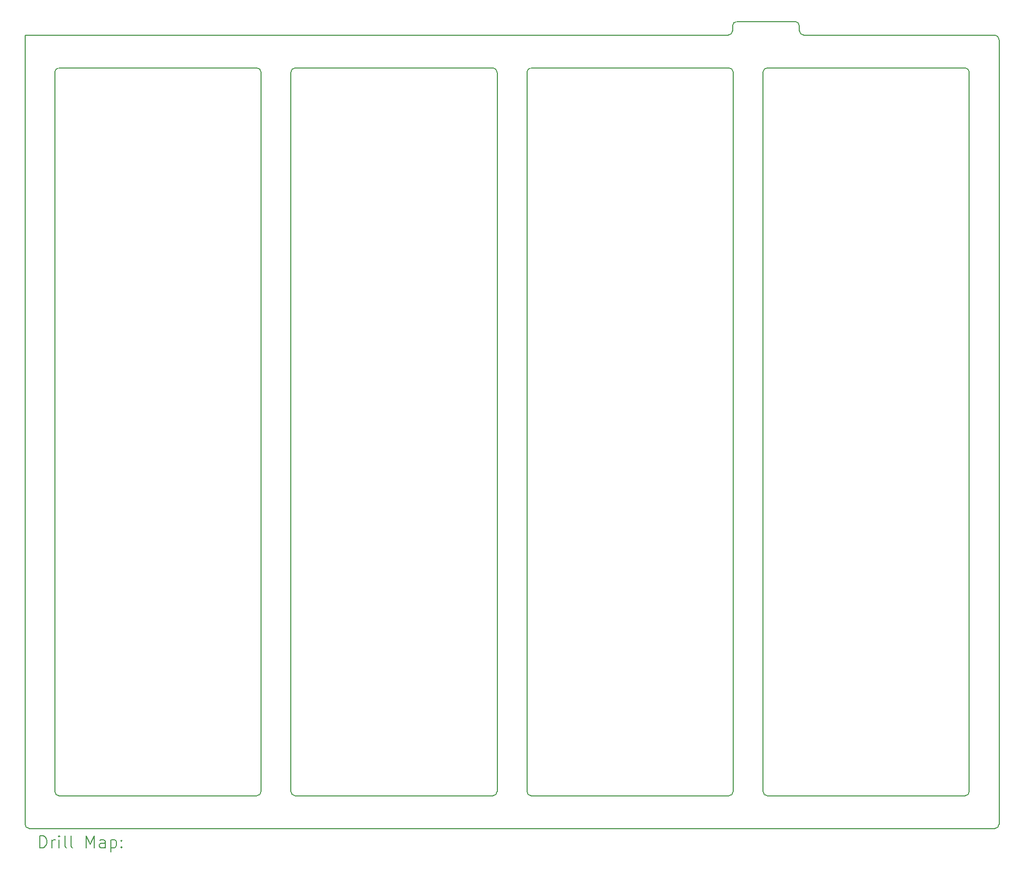
<source format=gbr>
%TF.GenerationSoftware,KiCad,Pcbnew,7.0.6*%
%TF.CreationDate,2024-01-17T22:26:05+01:00*%
%TF.ProjectId,FT24-AMS-Slave_v1-VTSENS,46543234-2d41-44d5-932d-536c6176655f,rev?*%
%TF.SameCoordinates,Original*%
%TF.FileFunction,Drillmap*%
%TF.FilePolarity,Positive*%
%FSLAX45Y45*%
G04 Gerber Fmt 4.5, Leading zero omitted, Abs format (unit mm)*
G04 Created by KiCad (PCBNEW 7.0.6) date 2024-01-17 22:26:05*
%MOMM*%
%LPD*%
G01*
G04 APERTURE LIST*
%ADD10C,0.200000*%
G04 APERTURE END LIST*
D10*
X18409674Y-2391967D02*
X18409674Y-2421967D01*
X22387552Y-3121967D02*
X22387552Y-15206967D01*
X7096967Y-3046967D02*
X10413363Y-3046967D01*
X10988363Y-15206967D02*
X10988363Y-3121967D01*
X14379760Y-15281967D02*
X11063363Y-15281967D01*
X22812552Y-2496967D02*
X19607384Y-2496967D01*
X15029760Y-3046970D02*
G75*
G03*
X14954760Y-3121967I0J-75000D01*
G01*
X19532385Y-2421762D02*
X19532466Y-2392172D01*
X22887553Y-2571967D02*
G75*
G03*
X22812552Y-2496967I-75003J-3D01*
G01*
X14954760Y-15206967D02*
X14954760Y-3121967D01*
X10488363Y-3121967D02*
X10488363Y-15206967D01*
X7021973Y-15206967D02*
G75*
G03*
X7096967Y-15281967I74997J-3D01*
G01*
X18421163Y-3121967D02*
G75*
G03*
X18346156Y-3046967I-75003J-3D01*
G01*
X14454763Y-3121967D02*
G75*
G03*
X14379760Y-3046967I-75003J-3D01*
G01*
X18921163Y-15206967D02*
G75*
G03*
X18996156Y-15281967I74997J-3D01*
G01*
X19532473Y-2342172D02*
G75*
G03*
X19457466Y-2266967I-74993J212D01*
G01*
X18484674Y-2266964D02*
G75*
G03*
X18409674Y-2341967I6J-75006D01*
G01*
X14379760Y-15281970D02*
G75*
G03*
X14454760Y-15206967I0J75000D01*
G01*
X18346156Y-15281966D02*
G75*
G03*
X18421156Y-15206967I4J74996D01*
G01*
X22812552Y-15831962D02*
G75*
G03*
X22887552Y-15756967I-2J75002D01*
G01*
X22312552Y-15281967D02*
X18996156Y-15281967D01*
X6596967Y-15831967D02*
X22812552Y-15831967D01*
X19457466Y-2266967D02*
X18484674Y-2266967D01*
X18421156Y-3121967D02*
X18421156Y-15206967D01*
X7096967Y-3046967D02*
G75*
G03*
X7021967Y-3121967I3J-75003D01*
G01*
X18334674Y-2496967D02*
X6521967Y-2496967D01*
X19532383Y-2421762D02*
G75*
G03*
X19607384Y-2496967I74997J-208D01*
G01*
X10413363Y-15281967D02*
X7096967Y-15281967D01*
X22312552Y-15281962D02*
G75*
G03*
X22387552Y-15206967I-2J75002D01*
G01*
X18921156Y-15206967D02*
X18921156Y-3121967D01*
X10413363Y-15281963D02*
G75*
G03*
X10488363Y-15206967I-3J75003D01*
G01*
X19532466Y-2342172D02*
X19532466Y-2392172D01*
X18996156Y-3046966D02*
G75*
G03*
X18921156Y-3121967I4J-75004D01*
G01*
X10988363Y-15206967D02*
G75*
G03*
X11063363Y-15281967I75007J7D01*
G01*
X14454760Y-3121967D02*
X14454760Y-15206967D01*
X18409674Y-2341967D02*
X18409674Y-2391967D01*
X18346156Y-15281967D02*
X15029760Y-15281967D01*
X10488363Y-3121967D02*
G75*
G03*
X10413363Y-3046967I-75003J-3D01*
G01*
X15029760Y-3046967D02*
X18346156Y-3046967D01*
X7021967Y-15206967D02*
X7021967Y-3121967D01*
X22887552Y-15756967D02*
X22887552Y-2571967D01*
X14954753Y-15206967D02*
G75*
G03*
X15029760Y-15281967I74997J-3D01*
G01*
X18334674Y-2496974D02*
G75*
G03*
X18409674Y-2421967I-4J75004D01*
G01*
X11063363Y-3046973D02*
G75*
G03*
X10988363Y-3121967I-3J-74997D01*
G01*
X18996156Y-3046967D02*
X22312552Y-3046967D01*
X22387553Y-3121967D02*
G75*
G03*
X22312552Y-3046967I-75003J-3D01*
G01*
X6521967Y-2496967D02*
X6521967Y-15756967D01*
X11063363Y-3046967D02*
X14379760Y-3046967D01*
X6521973Y-15756967D02*
G75*
G03*
X6596967Y-15831967I74997J-3D01*
G01*
X6772744Y-16153451D02*
X6772744Y-15953451D01*
X6772744Y-15953451D02*
X6820363Y-15953451D01*
X6820363Y-15953451D02*
X6848934Y-15962975D01*
X6848934Y-15962975D02*
X6867982Y-15982022D01*
X6867982Y-15982022D02*
X6877506Y-16001070D01*
X6877506Y-16001070D02*
X6887029Y-16039165D01*
X6887029Y-16039165D02*
X6887029Y-16067736D01*
X6887029Y-16067736D02*
X6877506Y-16105832D01*
X6877506Y-16105832D02*
X6867982Y-16124879D01*
X6867982Y-16124879D02*
X6848934Y-16143927D01*
X6848934Y-16143927D02*
X6820363Y-16153451D01*
X6820363Y-16153451D02*
X6772744Y-16153451D01*
X6972744Y-16153451D02*
X6972744Y-16020117D01*
X6972744Y-16058213D02*
X6982268Y-16039165D01*
X6982268Y-16039165D02*
X6991791Y-16029641D01*
X6991791Y-16029641D02*
X7010839Y-16020117D01*
X7010839Y-16020117D02*
X7029887Y-16020117D01*
X7096553Y-16153451D02*
X7096553Y-16020117D01*
X7096553Y-15953451D02*
X7087029Y-15962975D01*
X7087029Y-15962975D02*
X7096553Y-15972498D01*
X7096553Y-15972498D02*
X7106077Y-15962975D01*
X7106077Y-15962975D02*
X7096553Y-15953451D01*
X7096553Y-15953451D02*
X7096553Y-15972498D01*
X7220363Y-16153451D02*
X7201315Y-16143927D01*
X7201315Y-16143927D02*
X7191791Y-16124879D01*
X7191791Y-16124879D02*
X7191791Y-15953451D01*
X7325125Y-16153451D02*
X7306077Y-16143927D01*
X7306077Y-16143927D02*
X7296553Y-16124879D01*
X7296553Y-16124879D02*
X7296553Y-15953451D01*
X7553696Y-16153451D02*
X7553696Y-15953451D01*
X7553696Y-15953451D02*
X7620363Y-16096308D01*
X7620363Y-16096308D02*
X7687029Y-15953451D01*
X7687029Y-15953451D02*
X7687029Y-16153451D01*
X7867982Y-16153451D02*
X7867982Y-16048689D01*
X7867982Y-16048689D02*
X7858458Y-16029641D01*
X7858458Y-16029641D02*
X7839410Y-16020117D01*
X7839410Y-16020117D02*
X7801315Y-16020117D01*
X7801315Y-16020117D02*
X7782268Y-16029641D01*
X7867982Y-16143927D02*
X7848934Y-16153451D01*
X7848934Y-16153451D02*
X7801315Y-16153451D01*
X7801315Y-16153451D02*
X7782268Y-16143927D01*
X7782268Y-16143927D02*
X7772744Y-16124879D01*
X7772744Y-16124879D02*
X7772744Y-16105832D01*
X7772744Y-16105832D02*
X7782268Y-16086784D01*
X7782268Y-16086784D02*
X7801315Y-16077260D01*
X7801315Y-16077260D02*
X7848934Y-16077260D01*
X7848934Y-16077260D02*
X7867982Y-16067736D01*
X7963220Y-16020117D02*
X7963220Y-16220117D01*
X7963220Y-16029641D02*
X7982268Y-16020117D01*
X7982268Y-16020117D02*
X8020363Y-16020117D01*
X8020363Y-16020117D02*
X8039410Y-16029641D01*
X8039410Y-16029641D02*
X8048934Y-16039165D01*
X8048934Y-16039165D02*
X8058458Y-16058213D01*
X8058458Y-16058213D02*
X8058458Y-16115355D01*
X8058458Y-16115355D02*
X8048934Y-16134403D01*
X8048934Y-16134403D02*
X8039410Y-16143927D01*
X8039410Y-16143927D02*
X8020363Y-16153451D01*
X8020363Y-16153451D02*
X7982268Y-16153451D01*
X7982268Y-16153451D02*
X7963220Y-16143927D01*
X8144172Y-16134403D02*
X8153696Y-16143927D01*
X8153696Y-16143927D02*
X8144172Y-16153451D01*
X8144172Y-16153451D02*
X8134649Y-16143927D01*
X8134649Y-16143927D02*
X8144172Y-16134403D01*
X8144172Y-16134403D02*
X8144172Y-16153451D01*
X8144172Y-16029641D02*
X8153696Y-16039165D01*
X8153696Y-16039165D02*
X8144172Y-16048689D01*
X8144172Y-16048689D02*
X8134649Y-16039165D01*
X8134649Y-16039165D02*
X8144172Y-16029641D01*
X8144172Y-16029641D02*
X8144172Y-16048689D01*
M02*

</source>
